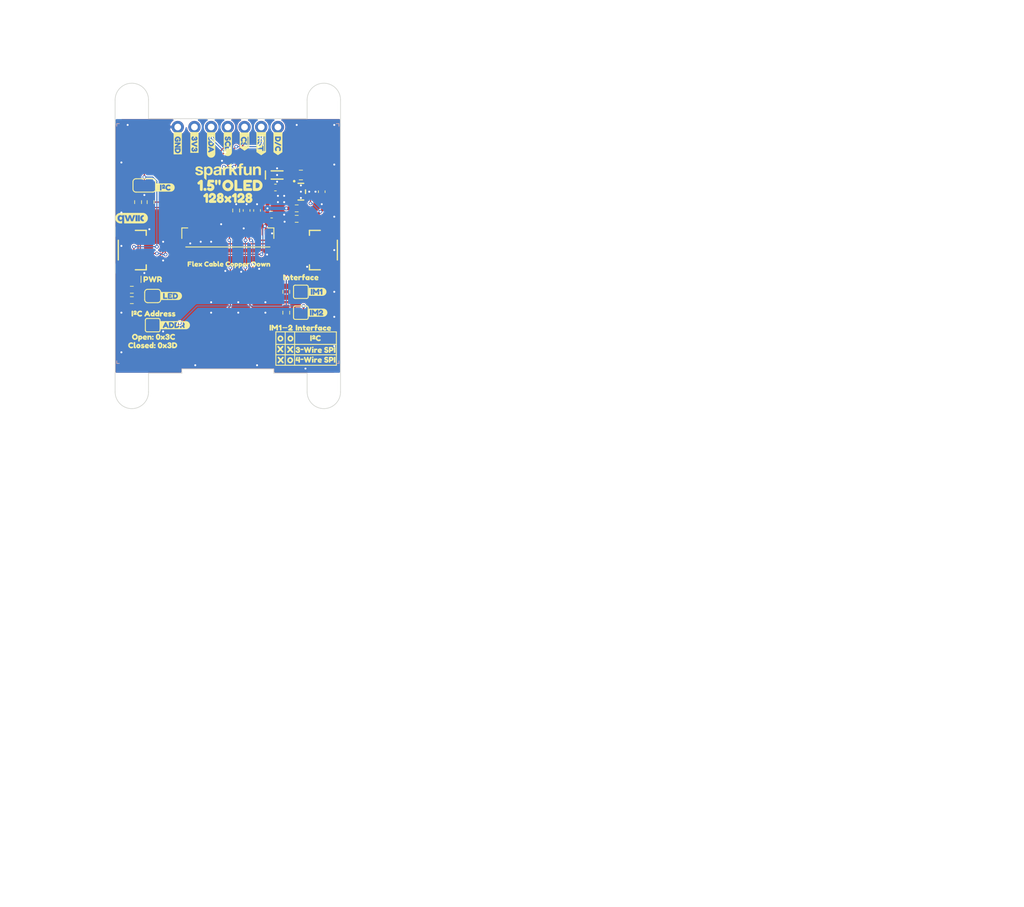
<source format=kicad_pcb>
(kicad_pcb (version 20241229) (generator "pcbnew") (generator_version "9.0")
  (title_block (title "SparkFun 1.5\" OLED") (date "2025-08-06") (rev "v10") (company "SparkFun Electronics") (comment 1 "Designed By: N. Seidle") (comment 2 "Revised By: Elias Santistevan"))
  (layers (0 "F.Cu" signal) (2 "B.Cu" signal) (13 "F.Paste" user) (15 "B.Paste" user) (5 "F.SilkS" user "F.Silkscreen") (7 "B.SilkS" user "B.Silkscreen") (1 "F.Mask" user) (3 "B.Mask" user) (25 "Edge.Cuts" user))
  (net 0 "")
  (net 1 "3.3V")
  (net 2 "GND")
  (net 3 "Net-(D1-A)")
  (net 8 "Net-(JP1-A)")
  (net 9 "Net-(JP2-A)")
  (net 10 "Net-(JP2-C)")
  (net 11 "SDA{slash}SDI")
  (net 12 "SCL{slash}SCK")
  (net 13 "~{CS}")
  (net 14 "Net-(U5-FB)")
  (net 15 "~{RST}")
  (net 16 "12V")
  (net 17 "Net-(J4-Pin_22)")
  (net 20 "Net-(J4-Pin_19)")
  (net 21 "Net-(J4-Pin_16)")
  (net 22 "Net-(J4-Pin_18)")
  (net 23 "/12V_OUT")
  (net 25 "D{slash}C")
  (footprint "kibuzzard-685B1775" (layer "F.Cu") (at 148.031 70.4835 -90)
    (property "Reference" "kibuzzard-685B1775" (hide yes))
    (property "Value" "G***" (hide yes))
  )
  (footprint "kibuzzard-6893A61C" (layer "F.Cu") (at 148.412 100.138)
    (property "Reference" "kibuzzard-6893A61C" (hide yes))
    (property "Value" "G***" (hide yes))
  )
  (footprint "SparkFun-Resistor:R_0603_1608Metric" (layer "F.Cu") (at 141.681 80.6435 -90)
    (property "Reference" "R6")
    (property "Value" "536k")
  )
  (footprint "SparkFun-Semiconductor-Standard:SOT23-5" (layer "F.Cu") (at 151.5235 77.786)
    (property "Reference" "U5")
    (property "Value" "AP3012")
  )
  (footprint "SparkFun-Resistor:R_0603_1608Metric" (layer "F.Cu") (at 149.301 93.026 -90)
    (property "Reference" "R10")
    (property "Value" "10k")
  )
  (footprint "SparkFun-LED:LED_0603_1608Metric_Red" (layer "F.Cu") (at 125.806 91.121 180)
    (property "Reference" "D1")
    (property "Value" "Red")
  )
  (footprint "SparkFun-Aesthetic:Fiducial_0.5mm_Mask1mm" (layer "F.Cu") (at 123.901 67.3085)
    (property "Reference" "FID3")
    (property "Value" "Fiducial_0.5mm")
  )
  (footprint "SparkFun-Jumper:Jumper_2_NO" (layer "F.Cu") (at 151.5235 96.201)
    (property "Reference" "JP7")
    (property "Value" "IM2")
  )
  (footprint "SparkFun-Capacitor:C_0603_1608Metric" (layer "F.Cu") (at 147.0785 81.2785)
    (property "Reference" "C5")
    (property "Value" "4.7uF")
  )
  (footprint "kibuzzard-6893A61C" (layer "F.Cu") (at 149.8985 103.44)
    (property "Reference" "kibuzzard-6893A61C" (hide yes))
    (property "Value" "G***" (hide yes))
  )
  (footprint "SparkFun-Jumper:Jumper_3_NC-2_Trace" (layer "F.Cu") (at 127.711 76.8335)
    (property "Reference" "JP2")
    (property "Value" "I2C")
  )
  (footprint "kibuzzard-67BF7ED9" (layer "F.Cu") (at 135.331 70.293 -90)
    (property "Reference" "kibuzzard-67BF7ED9" (hide yes))
    (property "Value" "G***" (hide yes))
  )
  (footprint "SparkFun-Aesthetic:qwiic_5mm" (layer "F.Cu") (at 125.766 81.806)
    (property "Reference" "G***" (hide yes))
    (property "Value" "LOGO" (hide yes))
  )
  (footprint "SparkFun-Capacitor:C_0603_1608Metric" (layer "F.Cu") (at 143.2685 80.6435 90)
    (property "Reference" "C4")
    (property "Value" "4.7uF")
  )
  (footprint "SparkFun-Connector:FPC_0.5mm-24" (layer "F.Cu") (at 140.4109 84.4535)
    (property "Reference" "J4")
    (property "Value" "Conn_01x24_FPC")
  )
  (footprint "kibuzzard-68938257" (layer "F.Cu") (at 153.746 100.0745)
    (property "Reference" "kibuzzard-68938257" (hide yes))
    (property "Value" "G***" (hide yes))
  )
  (footprint "kibuzzard-6893A61C" (layer "F.Cu") (at 149.936 100.138)
    (property "Reference" "kibuzzard-6893A61C" (hide yes))
    (property "Value" "G***" (hide yes))
  )
  (footprint "kibuzzard-68938266" (layer "F.Cu") (at 153.746 101.852)
    (property "Reference" "kibuzzard-68938266" (hide yes))
    (property "Value" "G***" (hide yes))
  )
  (footprint "SparkFun-Connector:JST_SMD_1.0mm-4_Black" (layer "F.Cu") (at 152.476 86.676 90)
    (property "Reference" "J1")
    (property "Value" "Qwiic_RA")
  )
  (footprint "kibuzzard-68518672" (layer "F.Cu") (at 142.6335 76.8335)
    (property "Reference" "kibuzzard-68518672" (hide yes))
    (property "Value" "G***" (hide yes))
  )
  (footprint "SparkFun-Jumper:Jumper_2_NC_Trace" (layer "F.Cu") (at 128.981 93.661)
    (property "Reference" "JP1")
    (property "Value" "~")
  )
  (footprint "SparkFun-Hardware:Standoff" (layer "F.Cu") (at 155.016 108.266)
    (property "Reference" "ST3")
    (property "Value" "Standoff")
  )
  (footprint "SparkFun-Capacitor:C_0603_1608Metric" (layer "F.Cu") (at 154.6985 77.7885 -90)
    (property "Reference" "C1")
    (property "Value" "1.0uF")
  )
  (footprint "SparkFun-Aesthetic:Fiducial_0.5mm_Mask1mm" (layer "F.Cu") (at 156.921 104.7735)
    (property "Reference" "FID4")
    (property "Value" "Fiducial_0.5mm")
  )
  (footprint "kibuzzard-67BF7F13" (layer "F.Cu") (at 137.871 70.674 -90)
    (property "Reference" "kibuzzard-67BF7F13" (hide yes))
    (property "Value" "G***" (hide yes))
  )
  (footprint "kibuzzard-680FCA9D" (layer "F.Cu") (at 128.981 101.154)
    (property "Reference" "kibuzzard-680FCA9D" (hide yes))
    (property "Value" "G***" (hide yes))
  )
  (footprint "kibuzzard-68938244" (layer "F.Cu") (at 153.4285 98.487)
    (property "Reference" "kibuzzard-68938244" (hide yes))
    (property "Value" "G***" (hide yes))
  )
  (footprint "kibuzzard-6851871B" (layer "F.Cu") (at 132.41 98.106)
    (property "Reference" "kibuzzard-6851871B" (hide yes))
    (property "Value" "G***" (hide yes))
  )
  (footprint "kibuzzard-680FC73E" (layer "F.Cu") (at 140.411 78.7385)
    (property "Reference" "kibuzzard-680FC73E" (hide yes))
    (property "Value" "G***" (hide yes))
  )
  (footprint "kibuzzard-67BF7F2F" (layer "F.Cu") (at 140.411 70.547 -90)
    (property "Reference" "kibuzzard-67BF7F2F" (hide yes))
    (property "Value" "G***" (hide yes))
  )
  (footprint "kibuzzard-689381EF" (layer "F.Cu") (at 149.8985 101.802)
    (property "Reference" "kibuzzard-689381EF" (hide yes))
    (property "Value" "G***" (hide yes))
  )
  (footprint "SparkFun-Connector:JST_SMD_1.0mm-4_Black" (layer "F.Cu") (at 128.346 86.676 -90)
    (property "Reference" "J2")
    (property "Value" "Qwiic_RA")
  )
  (footprint "kibuzzard-680E7A69" (layer "F.Cu") (at 142.951 70.166 -90)
    (property "Reference" "kibuzzard-680E7A69" (hide yes))
    (property "Value" "G***" (hide yes))
  )
  (footprint "SparkFun-Resistor:R_0603_1608Metric" (layer "F.Cu") (at 126.7585 79.3735 -90)
    (property "Reference" "R5")
    (property "Value" "2.2k")
  )
  (footprint "kibuzzard-680FC897" (layer "F.Cu") (at 154.0635 96.201)
    (property "Reference" "kibuzzard-680FC897" (hide yes))
    (property "Value" "G***" (hide yes))
  )
  (footprint "kibuzzard-680E7A4B" (layer "F.Cu") (at 145.491 70.4835 -90)
    (property "Reference" "kibuzzard-680E7A4B" (hide yes))
    (property "Value" "G***" (hide yes))
  )
  (footprint "kibuzzard-65A8A8B4" (layer "F.Cu") (at 128.981 91.121)
    (property "Reference" "kibuzzard-65A8A8B4" (hide yes))
    (property "Value" "G***" (hide yes))
  )
  (footprint "SparkFun-Resistor:R_0603_1608Metric" (layer "F.Cu") (at 125.806 92.7085)
    (property "Reference" "R3")
    (property "Value" "4.7k")
  )
  (footprint "SparkFun-Resistor:R_0603_1608Metric" (layer "F.Cu") (at 128.6635 79.3735 90)
    (property "Reference" "R4")
    (property "Value" "2.2k")
  )
  (footprint "SparkFun-Connector:1x07" (layer "F.Cu") (at 132.791 67.9435)
    (property "Reference" "J5")
    (property "Value" "Conn_01x07")
  )
  (footprint "SparkFun-Capacitor:C_0805_2012Metric" (layer "F.Cu") (at 151.5235 75.246 180)
    (property "Reference" "L1")
    (property "Value" "10uH")
  )
  (footprint "kibuzzard-68938270" (layer "F.Cu") (at 153.746 103.352)
    (property "Reference" "kibuzzard-68938270" (hide yes))
    (property "Value" "G***" (hide yes))
  )
  (footprint "kibuzzard-689381EF" (layer "F.Cu") (at 148.4485 103.402)
    (property "Reference" "kibuzzard-689381EF" (hide yes))
    (property "Value" "G***" (hide yes))
  )
  (footprint "kibuzzard-67BF7EBF" (layer "F.Cu") (at 132.791 70.42 -90)
    (property "Reference" "kibuzzard-67BF7EBF" (hide yes))
    (property "Value" "G***" (hide yes))
  )
  (footprint "SparkFun-Aesthetic:Creative_Commons_License" (layer "F.Cu") (at 214.63 168.91)
    (property "Reference" "G4" (hide yes))
    (property "Value" "OSHW_Logo" (hide yes))
  )
  (footprint "SparkFun-Jumper:Jumper_2_NO" (layer "F.Cu") (at 151.5235 93.026 180)
    (property "Reference" "JP6")
    (property "Value" "IM1")
  )
  (footprint "kibuzzard-680FC89E" (layer "F.Cu") (at 154.0635 93.026)
    (property "Reference" "kibuzzard-680FC89E" (hide yes))
    (property "Value" "G***" (hide yes))
  )
  (footprint "kibuzzard-680FC883" (layer "F.Cu") (at 131.8385 93.661)
    (property "Reference" "kibuzzard-680FC883" (hide yes))
    (property "Value" "G***" (hide yes))
  )
  (footprint "kibuzzard-6851867B" (layer "F.Cu") (at 137.5535 76.8335)
    (property "Reference" "kibuzzard-6851867B" (hide yes))
    (property "Value" "G***" (hide yes))
  )
  (footprint "SparkFun-Resistor:R_0603_1608Metric" (layer "F.Cu") (at 125.806 94.296)
    (property "Reference" "R7")
    (property "Value" "10k")
  )
  (footprint "SparkFun-Aesthetic:SparkFun_Logo_NoFlame_10mm" (layer "F.Cu") (at 140.411 74.611)
    (property "Reference" "G***" (hide yes))
    (property "Value" "LOGO" (hide yes))
  )
  (footprint "SparkFun-Capacitor:C_0603_1608Metric" (layer "F.Cu") (at 144.856 80.6435 90)
    (property "Reference" "C3")
    (property "Value" "4.7uF")
  )
  (footprint "kibuzzard-680FCA96" (layer "F.Cu") (at 129.108 100.011)
    (property "Reference" "kibuzzard-680FCA96" (hide yes))
    (property "Value" "G***" (hide yes))
  )
  (footprint "SparkFun-Display:OLED_1.5in_128x128-Folded" (layer "F.Cu") (at 140.411 85.681)
    (property "Reference" "U2")
    (property "Value" "WEO128128ASAP3N00000")
  )
  (footprint "kibuzzard-680FCAEB" (layer "F.Cu") (at 151.5235 90.8035)
    (property "Reference" "kibuzzard-680FCAEB" (hide yes))
    (property "Value" "G***" (hide yes))
  )
  (footprint "kibuzzard-68938236" (layer "F.Cu") (at 148.3485 98.487)
    (property "Reference" "kibuzzard-68938236" (hide yes))
    (property "Value" "G***" (hide yes))
  )
  (footprint "kibuzzard-680FC957" (layer "F.Cu") (at 130.886 77.151)
    (property "Reference" "kibuzzard-680FC957" (hide yes))
    (property "Value" "G***" (hide yes))
  )
  (footprint "SparkFun-Hardware:Standoff" (layer "F.Cu") (at 155.016 63.816)
    (property "Reference" "ST2")
    (property "Value" "Standoff")
  )
  (footprint "kibuzzard-684C656A" (layer "F.Cu") (at 140.576 88.8985)
    (property "Reference" "kibuzzard-684C656A" (hide yes))
    (property "Value" "G***" (hide yes))
  )
  (footprint "SparkFun-Hardware:Standoff" (layer "F.Cu") (at 125.806 63.816)
    (property "Reference" "ST1")
    (property "Value" "Standoff")
  )
  (footprint "kibuzzard-6893824B" (layer "F.Cu") (at 149.936 98.487)
    (property "Reference" "kibuzzard-6893824B" (hide yes))
    (property "Value" "G***" (hide yes))
  )
  (footprint "SparkFun-Resistor:R_0603_1608Metric" (layer "F.Cu") (at 149.301 96.201 -90)
    (property "Reference" "R11")
    (property "Value" "10k")
  )
  (footprint "SparkFun-Semiconductor-Standard:SOD-323" (layer "F.Cu") (at 147.904 75.246)
    (property "Reference" "D2")
    (property "Value" "PMEG4005EJ")
  )
  (footprint "SparkFun-Resistor:R_0603_1608Metric" (layer "F.Cu") (at 150.8885 80.326 180)
    (property "Reference" "R1")
    (property "Value" "18k")
  )
  (footprint "kibuzzard-680FCADD" (layer "F.Cu") (at 129.108 96.328)
    (property "Reference" "kibuzzard-680FCADD" (hide yes))
    (property "Value" "G***" (hide yes))
  )
  (footprint "SparkFun-Resistor:R_0603_1608Metric" (layer "F.Cu") (at 150.8885 81.9135)
    (property "Reference" "R2")
    (property "Value" "2.1k")
  )
  (footprint "SparkFun-Capacitor:C_0603_1608Metric" (layer "F.Cu") (at 147.65 77.151)
    (property "Reference" "C2")
    (property "Value" "1.0uF")
  )
  (footprint "SparkFun-Jumper:Jumper_2_NO" (layer "F.Cu") (at 128.981 98.106)
    (property "Reference" "JP3")
    (property "Value" "ADR")
  )
  (footprint "kibuzzard-6893822D" (layer "F.Cu") (at 147.396 98.487)
    (property "Reference" "kibuzzard-6893822D" (hide yes))
    (property "Value" "G***" (hide yes))
  )
  (footprint "kibuzzard-689381EF" (layer "F.Cu") (at 148.3985 101.752)
    (property "Reference" "kibuzzard-689381EF" (hide yes))
    (property "Value" "G***" (hide yes))
  )
  (footprint "SparkFun-Hardware:Standoff" (layer "F.Cu") (at 125.806 108.266)
    (property "Reference" "ST4")
    (property "Value" "Standoff")
  )
  (footprint "SparkFun-Connector:TestPoint-1.0mm" (layer "B.Cu") (at 146.4435 80.326 180)
    (property "Reference" "TP1")
    (property "Value" "1.0mm")
  )
  (gr_line (start 148.781 98.487) (end 149.416 98.487) (stroke (width 0.15)) (layer "F.SilkS"))
  (gr_line (start 150.571 104.202) (end 150.571 99.122) (stroke (width 0.15)) (layer "F.SilkS"))
  (gr_line (start 147.7135 99.122) (end 150.571 99.122) (stroke (width 0.15)) (layer "F.SilkS"))
  (gr_line (start 150.571 104.202) (end 156.921 104.202) (stroke (width 0.15)) (layer "F.SilkS"))
  (gr_line (start 147.7135 99.4395) (end 147.7135 99.122) (stroke (width 0.15)) (layer "F.SilkS"))
  (gr_line (start 147.7135 99.4395) (end 147.7135 104.202) (stroke (width 0.15)) (layer "F.SilkS"))
  (gr_line (start 147.7135 101.027) (end 148.031 101.027) (stroke (width 0.15)) (layer "F.SilkS"))
  (gr_line (start 147.7135 102.6145) (end 156.921 102.6145) (stroke (width 0.15)) (layer "F.SilkS"))
  (gr_line (start 150.571 99.122) (end 156.921 99.130326) (stroke (width 0.15)) (layer "F.SilkS"))
  (gr_line (start 149.14225 99.122) (end 149.14225 104.202) (stroke (width 0.15)) (layer "F.SilkS"))
  (gr_line (start 147.7135 104.202) (end 150.571 104.202) (stroke (width 0.15)) (layer "F.SilkS"))
  (gr_line (start 148.031 101.027) (end 156.921 101.027) (stroke (width 0.15)) (layer "F.SilkS"))
  (gr_line (start 156.921 104.210326) (end 156.921 99.130326) (stroke (width 0.15)) (layer "F.SilkS"))
  (gr_line (start 133.426 105.4085) (end 128.346 105.4085) (stroke (width 0.1)) (layer "Edge.Cuts"))
  (gr_arc (start 123.266 63.816) (mid 125.806 61.276) (end 128.346 63.816) (stroke (width 0.1)) (layer "Edge.Cuts"))
  (gr_line (start 152.476 108.266) (end 152.476 105.4085) (stroke (width 0.1)) (layer "Edge.Cuts"))
  (gr_arc (start 157.556 108.266) (mid 155.016 110.806) (end 152.476 108.266) (stroke (width 0.1)) (layer "Edge.Cuts"))
  (gr_line (start 152.476 66.6735) (end 152.476 63.816) (stroke (width 0.1)) (layer "Edge.Cuts"))
  (gr_line (start 128.346 105.4085) (end 128.346 108.266) (stroke (width 0.1)) (layer "Edge.Cuts"))
  (gr_line (start 133.426 105.4085) (end 133.426 104.7735) (stroke (width 0.1)) (layer "Edge.Cuts"))
  (gr_arc (start 128.346 108.266) (mid 125.806 110.806) (end 123.266 108.266) (stroke (width 0.1)) (layer "Edge.Cuts"))
  (gr_line (start 128.346 66.6735) (end 152.476 66.6735) (stroke (width 0.1)) (layer "Edge.Cuts"))
  (gr_line (start 123.266 108.266) (end 123.266 63.816) (stroke (width 0.1)) (layer "Edge.Cuts"))
  (gr_line (start 147.396 104.7735) (end 147.396 105.4085) (stroke (width 0.1)) (layer "Edge.Cuts"))
  (gr_line (start 157.556 63.816) (end 157.556 108.266) (stroke (width 0.1)) (layer "Edge.Cuts"))
  (gr_line (start 147.396 105.4085) (end 152.476 105.4085) (stroke (width 0.1)) (layer "Edge.Cuts"))
  (gr_line (start 128.346 63.816) (end 128.346 66.6735) (stroke (width 0.1)) (layer "Edge.Cuts"))
  (gr_arc (start 152.476 63.816) (mid 155.016 61.276) (end 157.556 63.816) (stroke (width 0.1)) (layer "Edge.Cuts"))
  (gr_line (start 133.426 104.7735) (end 147.396 104.7735) (stroke (width 0.1)) (layer "Edge.Cuts"))
  (gr_text "v10" (at 128.6635 104.1385 0) (layer "F.Cu" knockout) (effects (font (size 1.016 1.016) (thickness 0.254) (bold yes))))
  (segment (start 156.286 79.056) (end 156.286 77.786) (width 0.4064) (layer "F.Cu") (net 1))
  (segment (start 154.0635 81.2785) (end 154.508 80.834) (width 0.4064) (layer "F.Cu") (net 1))
  (segment (start 154.0635 84.009) (end 154.0635 81.2785) (width 0.4064) (layer "F.Cu") (net 1))
  (segment (start 149.301 92.201) (end 149.301 90.9305) (width 0.1778) (layer "F.Cu") (net 1))
  (segment (start 129.5017 97.9917) (end 129.5017 93.661) (width 0.1778) (layer "F.Cu") (net 1))
  (segment (start 135.331 71.1185) (end 134.696 71.7535) (width 0.1778) (layer "F.Cu") (net 1))
  (segment (start 127.711 74.9285) (end 130.886 71.7535) (width 0.1778) (layer "F.Cu") (net 1))
  (segment (start 152.8236 78.736) (end 153.304 78.736) (width 0.1778) (layer "F.Cu") (net 1))
  (segment (start 151.9299 95.185) (end 151.9299 96.201) (width 0.1778) (layer "F.Cu") (net 1))
  (segment (start 150.571 84.009) (end 149.4026 85.1774) (width 0.1778) (layer "F.Cu") (net 1))
  (segment (start 154.508 80.834) (end 156.286 79.056) (width 0.4064) (layer "F.Cu") (net 1))
  (segment (start 143.345 82.371) (end 143.2685 82.371) (width 0.1778) (layer "F.Cu") (net 1))
  (segment (start 128.981 89.5335) (end 129.5017 90.0542) (width 0.1778) (layer "F.Cu") (net 1))
  (segment (start 154.0635 84.009) (end 150.571 84.009) (width 0.1778) (layer "F.Cu") (net 1))
  (segment (start 152.984 78.8964) (end 152.984 79.564) (width 0.1778) (layer "F.Cu") (net 1))
  (segment (start 127.076 89.5335) (end 128.981 89.5335) (width 0.1778) (layer "F.Cu") (net 1))
  (segment (start 126.1235 88.581) (end 127.076 89.5335) (width 0.1778) (layer "F.Cu") (net 1))
  (segment (start 127.711 77.151) (end 127.711 75.5635) (width 0.1778) (layer "F.Cu") (net 1))
  (segment (start 129.616 98.106) (end 129.5017 97.9917) (width 0.1778) (layer "F.Cu") (net 1))
  (segment (start 130.886 71.7535) (end 134.696 71.7535) (width 0.1778) (layer "F.Cu") (net 1))
  (segment (start 150.706 87.176) (end 152.476 87.176) (width 0.1778) (layer "F.Cu") (net 1))
  (segment (start 149.301 88.581) (end 150.706 87.176) (width 0.1778) (layer "F.Cu") (net 1))
  (segment (start 149.301 90.9305) (end 149.301 88.581) (width 0.1778) (layer "F.Cu") (net 1))
  (segment (start 129.5017 90.0542) (end 129.5017 93.661) (width 0.1778) (layer "F.Cu") (net 1))
  (segment (start 152.476 87.176) (end 153.881 87.176) (width 0.4064) (layer "F.Cu") (net 1))
  (segment (start 154.0635 86.9935) (end 154.0635 84.009) (width 0.4064) (layer "F.Cu") (net 1))
  (segment (start 132.791 98.106) (end 133.1085 97.7885) (width 0.1778) (layer "F.Cu") (net 1))
  (segment (start 155.5135 77.0135) (end 154.6985 77.0135) (width 0.4064) (layer "F.Cu") (net 1))
  (segment (start 126.1235 86.168) (end 126.1235 88.581) (width 0.1778) (layer "F.Cu") (net 1))
  (segment (start 128.354 86.168) (end 128.346 86.176) (width 0.1778) (layer "F.Cu") (net 1))
  (segment (start 144.6609 83.6869) (end 143.345 82.371) (width 0.1778) (layer "F.Cu") (net 1))
  (segment (start 129.616 86.168) (end 128.354 86.168) (width 0.1778) (layer "F.Cu") (net 1))
  (segment (start 135.331 67.9435) (end 135.331 71.1185) (width 0.1778) (layer "F.Cu") (net 1))
  (segment (start 144.6609 84.3685) (end 144.6609 83.6869) (width 0.1778) (layer "F.Cu") (net 1))
  (segment (start 127.711 75.5635) (end 127.711 74.9285) (width 0.1778) (layer "F.Cu") (net 1))
  (segment (start 144.8306 85.1774) (end 144.6609 85.0077) (width 0.1778) (layer "F.Cu") (net 1))
  (segment (start 144.6609 85.0077) (end 144.6609 84.3685) (width 0.1778) (layer "F.Cu") (net 1))
  (segment (start 152.8236 78.736) (end 152.984 78.8964) (width 0.1778) (layer "F.Cu") (net 1))
  (segment (start 153.881 87.176) (end 154.0635 86.9935) (width 0.4064) (layer "F.Cu") (net 1))
  (segment (start 156.286 77.786) (end 155.5135 77.0135) (width 0.4064) (layer "F.Cu") (net 1))
  (segment (start 149.4026 85.1774) (end 144.8306 85.1774) (width 0.1778) (layer "F.Cu") (net 1))
  (segment (start 129.616 98.106) (end 132.791 98.106) (width 0.1778) (layer "F.Cu") (net 1))
  (via (at 149.301 90.9305) (size 0.56) (drill 0.3) (layers "F.Cu" "B.Cu") (net 1))
  (via (at 154.508 80.834) (size 0.56) (drill 0.3) (layers "F.Cu" "B.Cu") (net 1))
  (via (at 126.1235 86.168) (size 0.56) (drill 0.3) (layers "F.Cu" "B.Cu") (net 1))
  (via (at 133.1085 97.7885) (size 0.56) (drill 0.3) (layers "F.Cu" "B.Cu") (net 1))
  (via (at 129.616 86.168) (size 0.56) (drill 0.3) (layers "F.Cu" "B.Cu") (net 1))
  (via (at 151.9299 95.185) (size 0.56) (drill 0.3) (layers "F.Cu" "B.Cu") (net 1))
  (via (at 152.984 79.564) (size 0.56) (drill 0.3) (layers "F.Cu" "B.Cu") (net 1))
  (via (at 127.711 75.5635) (size 0.56) (drill 0.3) (layers "F.Cu" "B.Cu") (net 1))
  (segment (start 129.616 76.1985) (end 128.981 75.5635) (width 0.1778) (layer "B.Cu") (net 1))
  (segment (start 129.616 81.9135) (end 129.616 86.168) (width 0.1778) (layer "B.Cu") (net 1))
  (segment (start 152.984 79.564) (end 153.238 79.564) (width 0.1778) (layer "B.Cu") (net 1))
  (segment (start 135.712 95.185) (end 149.301 95.185) (width 0.1778) (layer "B.Cu") (net 1))
  (segment (start 133.1085 97.7885) (end 135.712 95.185) (width 0.1778) (layer "B.Cu") (net 1))
  (segment (start 129.616 86.168) (end 126.1235 86.168) (width 0.1778) (layer "B.Cu") (net 1))
  (segment (start 153.238 79.564) (end 154.508 80.834) (width 0.1778) (layer "B.Cu") (net 1))
  (segment (start 149.301 90.9305) (end 149.301 95.185) (width 0.1778) (layer "B.Cu") (net 1))
  (segment (start 129.616 81.9135) (end 129.616 76.1985) (width 0.1778) (layer "B.Cu") (net 1))
  (segment (start 151.9299 95.185) (end 149.301 95.185) (width 0.1778) (layer "B.Cu") (net 1))
  (segment (start 128.981 75.5635) (end 127.711 75.5635) (width 0.1778) (layer "B.Cu") (net 1))
  (segment (start 141.681 80.771) (end 141.681 81.2785) (width 0.1778) (layer "F.Cu") (net 2))
  (segment (start 144.5385 81.596) (end 144.856 81.596) (width 0.1778) (layer "F.Cu") (net 2))
  (segment (start 144.856 81.596) (end 145.491 81.596) (width 0.1778) (layer "F.Cu") (net 2))
  (segment (start 141.681 81.2785) (end 141.9985 81.596) (width 0.1778) (layer "F.Cu") (net 2))
  (segment (start 147.904 76.63) (end 148.425 77.151) (width 0.4064) (layer "F.Cu") (net 2))
  (segment (start 143.2685 81.596) (end 142.951 81.596) (width 0.1778) (layer "F.Cu") (net 2))
  (segment (start 148.031 78.421) (end 148.031 77.545) (width 0.4064) (layer "F.Cu") (net 2))
  (segment (start 147.904 76.262) (end 147.904 76.63) (width 0.4064) (layer "F.Cu") (net 2))
  (segment (start 143.2685 80.821) (end 143.2685 81.596) (width 0.1778) (layer "F.Cu") (net 2))
  (segment (start 153.746 77.786) (end 155.27 77.786) (width 0.1778) (layer "F.Cu") (net 2))
  (segment (start 142.951 81.596) (end 141.9985 81.596) (width 0.1778) (layer "F.Cu") (net 2))
  (segment (start 144.5385 81.596) (end 143.2685 81.596) (width 0.1778) (layer "F.Cu") (net 2))
  (segment (start 144.856 80.821) (end 144.856 81.596) (width 0.1778) (layer "F.Cu") (net 2))
  (segment (start 148.031 77.545) (end 148.425 77.151) (width 0.4064) (layer "F.Cu") (net 2))
  (via (at 151.5235 76.8335) (size 0.56) (drill 0.3) (layers "F.Cu" "B.Cu") (net 2))
  (via (at 146.38 87.3618) (size 0.56) (drill 0.3) (layers "F.Cu" "B.Cu") (net 2))
  (via (at 130.5685 88.2635) (size 0.56) (drill 0.3) (layers "F.Cu" "B.Cu") (net 2))
  (via (at 156.6035 101.281) (size 0.56) (drill 0.3) (layers "F.Cu" "B.Cu") (net 2))
  (via (at 141.681 79.691) (size 0.56) (drill 0.3) (layers "F.Cu" "B.Cu") (net 2))
  (via (at 147.142 84.136) (size 0.56) (drill 0.3) (layers "F.Cu" "B.Cu") (net 2))
  (via (at 140.7285 71.1185) (size 0.56) (drill 0.3) (layers "F.Cu" "B.Cu") (net 2))
  (via (at 147.904 74.23) (size 0.56) (drill 0.3) (layers "F.Cu" "B.Cu") (net 2))
  (via (at 137.871 85.406) (size 0.56) (drill 0.3) (layers "F.Cu" "B.Cu") (net 2))
  (via (at 147.904 76.262) (size 0.56) (drill 0.3) (layers "F.Cu" "B.Cu") (net 2))
  (via (at 125.171 67.626) (size 0.56) (drill 0.3) (layers "F.Cu" "B.Cu") (net 2))
  (via (at 146.126 94.6135) (size 0.56) (drill 0.3) (layers "F.Cu" "B.Cu") (net 2))
  (via (at 148.031 78.421) (size 0.56) (drill 0.3) (layers "F.Cu" "B.Cu") (net 2))
  (via (at 139.522 73.087) (size 0.56) (drill 0.3) (layers "F.Cu" "B.Cu") (net 2))
  (via (at 146.126 96.201) (size 0.56) (drill 0.3) (layers "F.Cu" "B.Cu") (net 2))
  (via (at 127.711 78.294) (size 0.56) (drill 0.3) (layers "F.Cu" "B.Cu") (net 2))
  (via (at 128.473 83.501) (size 0.56) (drill 0.3) (layers "F.Cu" "B.Cu") (net 2))
  (via (at 134.696 85.66) (size 0.56) (drill 0.3) (layers "F.Cu" "B.Cu") (net 2))
  (via (at 130.5685 85.406) (size 0.56) (drill 0.3) (layers "F.Cu" "B.Cu") (net 2))
  (via (at 152.7935 77.786) (size 0.56) (drill 0.3) (layers "F.Cu" "B.Cu") (net 2))
  (via (at 153.746 77.786) (size 0.56) (drill 0.3) (layers "F.Cu" "B.Cu") (net 2))
  (via (at 156.6035 81.596) (size 0.56) (drill 0.3) (layers "F.Cu" "B.Cu") (net 2))
  (via (at 137.871 94.6135) (size 0.56) (drill 0.3) (layers "F.Cu" "B.Cu") (net 2))
  (via (at 136.2835 85.406) (size 0.56) (drill 0.3) (layers "F.Cu" "B.Cu") (net 2))
  (via (at 148.9835 78.421) (size 0.56) (drill 0.3) (layers "F.Cu" "B.Cu") (net 2))
  (via (at 130.5685 99.0585) (size 0.56) (drill 0.3) (layers "F.Cu" "B.Cu") (net 2))
  (via (at 142.824 83.374) (size 0.56) (drill 0.3) (layers "F.Cu" "B.Cu") (net 2))
  (via (at 154.6985 79.691) (size 0.56) (drill 0.3) (layers "F.Cu" "B.Cu") (net 2))
  (via (at 143.2685 79.691) (size 0.56) (drill 0.3) (layers "F.Cu" "B.Cu") (net 2))
  (via (at 156.6035 93.026) (size 0.56) (drill 0.3) (layers "F.Cu" "B.Cu") (net 2))
  (via (at 141.9985 94.6135) (size 0.56) (drill 0.3) (layers "F.Cu" "B.Cu") (net 2))
  (via (at 144.856 104.202) (size 0.56) (drill 0.3) (layers "F.Cu" "B.Cu") (net 2))
  (via (at 141.9985 96.201) (size 0.56) (drill 0.3) (layers "F.Cu" "B.Cu") (net 2))
  (via (at 147.904 75.246) (size 0.56) (drill 0.3) (layers "F.Cu" "B.Cu") (net 2))
  (via (at 150.8885 67.626) (size 0.56) (drill 0.3) (layers "F.Cu" "B.Cu") (net 2))
  (via (at 127.711 90.1685) (size 0.56) (drill 0.3) (layers "F.Cu" "B.Cu") (net 2))
  (via (at 152.476 89.216) (size 0.56) (drill 0.3) (layers "F.Cu" "B.Cu") (net 2))
  (via (at 148.031 79.3735) (size 0.56) (drill 0.3) (layers "F.Cu" "B.Cu") (net 2))
  (via (at 156.6035 96.836) (size 0.56) (drill 0.3) (layers "F.Cu" "B.Cu") (net 2))
  (via (at 156.6035 67.626) (size 0.56) (drill 0.3) (layers "F.Cu" "B.Cu") (net 2))
  (via (at 156.6035 86.676) (size 0.56) (drill 0.3) (layers "F.Cu" "B.Cu") (net 2))
  (via (at 135.458 104.202) (size 0.56) (drill 0.3) (layers "F.Cu" "B.Cu") (net 2))
  (via (at 124.2185 102.2335) (size 0.56) (drill 0.3) (layers "F.Cu" "B.Cu") (net 2))
  (via (at 124.2185 73.341) (size 0.56) (drill 0.3) (layers "F.Cu" "B.Cu") (net 2))
  (via (at 124.2185 96.201) (size 0.56) (drill 0.3) (layers "F.Cu" "B.Cu") (net 2))
  (via (at 137.871 96.201) (size 0.56) (drill 0.3) (layers "F.Cu" "B.Cu") (net 2))
  (via (at 151.5235 77.786) (size 0.56) (drill 0.3) (layers "F.Cu" "B.Cu") (net 2))
  (via (at 142.443 89.978) (size 0.56) (drill 0.3) (layers "F.Cu" "B.Cu") (net 2))
  (via (at 149.047 82.358) (size 0.56) (drill 0.3) (layers "F.Cu" "B.Cu") (net 2))
  (via (at 145.1735 89.5335) (size 0.56) (drill 0.3) (layers "F.Cu" "B.Cu") (net 2))
  (via (at 144.856 79.691) (size 0.56) (drill 0.3) (layers "F.Cu" "B.Cu") (net 2))
  (via (at 152.222 104.71) (size 0.56) (drill 0.3) (layers "F.Cu" "B.Cu") (net 2))
  (via (at 148.9835 81.2785) (size 0.56) (drill 0.3) (layers "F.Cu" "B.Cu") (net 2))
  (via (at 124.2185 80.961) (size 0.56) (drill 0.3) (layers "F.Cu" "B.Cu") (net 2))
  (via (at 148.9835 79.3735) (size 0.56) (drill 0.3) (layers "F.Cu" "B.Cu") (net 2))
  (via (at 139.395 82.739) (size 0.56) (drill 0.3) (layers "F.Cu" "B.Cu") (net 2))
  (via (at 151.5235 78.7385) (size 0.56) (drill 0.3) (layers "F.Cu" "B.Cu") (net 2))
  (via (at 140.03 89.851) (size 0.56) (drill 0.3) (layers "F.Cu" "B.Cu") (net 2))
  (via (at 156.6035 73.6585) (size 0.56) (drill 0.3) (layers "F.Cu" "B.Cu") (net 2))
  (via (at 124.2185 86.041) (size 0.56) (drill 0.3) (layers "F.Cu" "B.Cu") (net 2))
  (segment (start 125.0185 92.671) (end 124.981 92.7085) (width 0.1778) (layer "F.Cu") (net 3))
  (segment (start 125.0185 91.121) (end 125.0185 92.671) (width 0.1778) (layer "F.Cu") (net 3))
  (segment (start 126.631 92.7085) (end 127.8685 92.7085) (width 0.1778) (layer "F.Cu") (net 8))
  (segment (start 127.8685 92.7085) (end 128.4603 93.3003) (width 0.1778) (layer "F.Cu") (net 8))
  (segment (start 128.4603 93.3003) (end 128.4603 93.661) (width 0.1778) (layer "F.Cu") (net 8))
  (segment (start 126.7585 78.866) (end 126.7585 77.2399) (width 0.1778) (layer "F.Cu") (net 9))
  (segment (start 126.7585 77.2399) (end 126.6696 77.151) (width 0.1778) (layer "F.Cu") (net 9))
  (segment (start 128.6635 77.2399) (end 128.7524 77.151) (width 0.1778) (layer "F.Cu") (net 10))
  (segment (start 128.6635 78.866) (end 128.6635 77.2399) (width 0.1778) (layer "F.Cu") (net 10))
  (segment (start 138.652806 83.481194) (end 138.6609 83.489288) (width 0.1778) (layer "F.Cu") (net 11))
  (segment (start 127.0897 86.9437) (end 127.0897 81.7723) (width 0.1778) (layer "F.Cu") (net 11))
  (segment (start 129.616 87.184) (end 129.608 87.176) (width 0.1778) (layer "F.Cu") (net 11))
  (segment (start 152.476 86.176) (end 139.2252 86.176) (width 0.1778) (layer "F.Cu") (net 11))
  (segment (start 128.6635 80.1985) (end 131.5215 80.1985) (width 0.1778) (layer "F.Cu") (net 11))
  (segment (start 130.8997 86.495688) (end 134.198188 83.1972) (width 0.1778) (layer "F.Cu") (net 11))
  (segment (start 127.322 87.176) (end 127.0897 86.9437) (width 0.1778) (layer "F.Cu") (net 11))
  (segment (start 139.903 71.817) (end 140.03 71.817) (width 0.1778) (layer "F.Cu") (net 11))
  (segment (start 130.937115 87.362115) (end 130.802694 87.227694) (width 0.1778) (layer "F.Cu") (net 11))
  (segment (start 138.6609 85.6117) (end 138.6609 84.3735) (width 0.1778) (layer "F.Cu") (net 11))
  (segment (start 138.368812 83.1972) (end 138.652806 83.481194) (width 0.1778) (layer "F.Cu") (net 11))
  (segment (start 130.899701 87.130687) (end 130.8997 86.495688) (width 0.1778) (layer "F.Cu") (net 11))
  (segment (start 139.2252 86.176) (end 138.6609 85.6117) (width 0.1778) (layer "F.Cu") (net 11))
  (segment (start 127.0897 81.7723) (end 128.6635 80.1985) (width 0.1778) (layer "F.Cu") (net 11))
  (segment (start 130.802694 87.227694) (end 130.899701 87.130687) (width 0.1778) (layer "F.Cu") (net 11))
  (segment (start 131.5215 80.1985) (end 139.903 71.817) (width 0.1778) (layer "F.Cu") (net 11))
  (segment (start 134.198188 83.1972) (end 138.368812 83.1972) (width 0.1778) (layer "F.Cu") (net 11))
  (segment (start 129.608 87.176) (end 127.322 87.176) (width 0.1778) (layer "F.Cu") (net 11))
  (segment (start 138.6609 83.489288) (end 138.6609 84.3735) (width 0.1778) (layer "F.Cu") (net 11))
  (via (at 130.937115 87.362115) (size 0.56) (drill 0.3) (layers "F.Cu" "B.Cu") (net 11))
  (via (at 140.03 71.817) (size 0.56) (drill 0.3) (layers "F.Cu" "B.Cu") (net 11))
  (via (at 129.616 87.184) (size 0.56) (drill 0.3) (layers "F.Cu" "B.Cu") (net 11))
  (segment (start 130.429115 87.362115) (end 130.937115 87.362115) (width 0.1778) (layer "B.Cu") (net 11))
  (segment (start 137.871 69.658) (end 139.141 70.928) (width 0.1778) (layer "B.Cu") (net 11))
  (segment (start 129.616 87.184) (end 130.251 87.184) (width 0.1778) (layer "B.Cu") (net 11))
  (segment (start 137.871 67.9435) (end 137.871 69.658) (width 0.1778) (layer "B.Cu") (net 11))
  (segment (start 140.03 71.817) (end 139.141 70.928) (width 0.1778) (layer "B.Cu") (net 11))
  (segment (start 130.251 87.184) (end 130.429115 87.362115) (width 0.1778) (layer "B.Cu") (net 11))
  (segment (start 127.5835 79.3735) (end 126.7585 80.1985) (width 0.1778) (layer "F.Cu") (net 12))
  (segment (start 151.0155 85.7235) (end 151.563 85.176) (width 0.1778) (layer "F.Cu") (net 12))
  (segment (start 128.346 88.176) (end 127.306 88.176) (width 0.1778) (layer "F.Cu") (net 12))
  (segment (start 139.1609 84.3735) (end 139.1609 85.4513) (width 0.1778) (layer "F.Cu") (net 12))
  (segment (start 138.506 82.866) (end 139.141 83.501) (width 0.1778) (layer "F.Cu") (net 12))
  (segment (start 129.386 88.176) (end 130.5685 86.9935) (width 0.1778) (layer "F.Cu") (net 12))
  (segment (start 126.7585 87.6285) (end 126.7585 80.1985) (width 0.1778) (layer "F.Cu") (net 12))
  (segment (start 130.5685 86.3585) (end 134.061 82.866) (width 0.1778) (layer "F.Cu") (net 12))
  (segment (start 134.061 82.866) (end 138.506 82.866) (width 0.1778) (layer "F.Cu") (net 12))
  (segment (start 139.1609 85.4513) (end 139.4331 85.7235) (width 0.1778) (layer "F.Cu") (net 12))
  (segment (start 127.306 88.176) (end 126.7585 87.6285) (width 0.1778) (layer "F.Cu") (net 12))
  (segment (start 128.346 88.176) (end 129.386 88.176) (width 0.1778) (layer "F.Cu") (net 12))
  (segment (start 131.521 79.3735) (end 127.5835 79.3735) (width 0.1778) (layer "F.Cu") (net 12))
  (segment (start 139.4331 85.7235) (end 151.0155 85.7235) (width 0.1778) (layer "F.Cu") (net 12))
  (segment (start 139.1609 83.5209) (end 139.141 83.501) (width 0.1778) (layer "F.Cu") (net 12))
  (segment (start 140.411 70.4835) (end 131.521 79.3735) (width 0.1778) (layer "F.Cu") (net 12))
  (segment (start 139.1609 84.3735) (end 139.1609 83.5209) (width 0.1778) (layer "F.Cu") (net 12))
  (segment (start 140.411 67.9435) (end 140.411 70.4835) (width 0.1778) (layer "F.Cu") (net 12))
  (segment (start 151.563 85.176) (end 152.476 85.176) (width 0.1778) (layer "F.Cu") (net 12))
  (segment (start 130.5685 86.9935) (end 130.5685 86.3585) (width 0.1778) (layer "F.Cu") (net 12))
  (segment (start 140.8412 72.5933) (end 142.951 70.4835) (width 0.1778) (layer "F.Cu") (net 13))
  (segment (start 141.6609 83.6306) (end 141.52995 83.49965) (width 0.1778) (layer "F.Cu") (net 13))
  (segment (start 141.6609 84.3735) (end 141.6609 83.6306) (width 0.1778) (layer "F.Cu") (net 13))
  (segment (start 140.8412 82.8109) (end 140.8412 72.5933) (width 0.1778) (layer "F.Cu") (net 13))
  (segment (start 142.951 67.9435) (end 142.951 70.4835) (width 0.1778) (layer "F.Cu") (net 13))
  (segment (start 141.52995 83.49965) (end 140.8412 82.8109) (width 0.1778) (layer "F.Cu") (net 13))
  (segment (start 151.7135 79.8175) (end 151.7135 80.3285) (width 0.1778) (layer "F.Cu") (net 14))
  (segment (start 150.632 78.736) (end 151.7135 79.8175) (width 0.1778) (layer "F.Cu") (net 14))
  (segment (start 150.2234 78.736) (end 150.632 78.736) (width 0.1778) (layer "F.Cu") (net 14))
  (segment (start 151.7135 80.3285) (end 151.7135 81.9135) (width 0.1778) (layer "F.Cu") (net 14))
  (segment (start 141.1609 84.3735) (end 141.1609 83.6296) (width 0.1778) (layer "F.Cu") (net 15))
  (segment (start 140.84865 83.31735) (end 140.411 82.8797) (width 0.1778) (layer "F.Cu") (net 15))
  (segment (start 140.411 82.8797) (end 140.411 72.198) (width 0.1778) (layer "F.Cu") (net 15))
  (segment (start 141.1609 83.6296) (end 140.84865 83.31735) (width 0.1778) (layer "F.Cu") (net 15))
  (segment (start 140.411 72.198) (end 141.681 70.928) (width 0.1778) (layer "F.Cu") (net 15))
  (via (at 141.681 70.928) (size 0.56) (drill 0.3) (layers "F.Cu" "B.Cu") (net 15))
  (segment (start 141.681 70.928) (end 145.0465 70.928) (width 0.1778) (layer "B.Cu") (net 15))
  (segment (start 145.0465 70.928) (end 145.491 70.4835) (width 0.1778) (layer "B.Cu") (net 15))
  (segment (start 145.491 67.9435) (end 145.491 70.4835) (width 0.1778) (layer "B.Cu") (net 15))
  (segment (start 145.5164 87.311) (end 136.982 87.311) (width 0.1778) (layer "F.Cu") (net 16))
  (segment (start 146.4435 80.326) (end 146.4435 79.691) (width 0.5588) (layer "F.Cu") (net 16))
  (segment (start 146.4435 80.326) (end 146.4435 82.091) (width 0.5588) (layer "F.Cu") (net 16))
  (segment (start 150.0635 80.3285) (end 149.3035 80.3285) (width 0.5588) (layer "F.Cu") (net 16))
  (segment (start 146.3035 82.231) (end 146.3035 82.7695) (width 0.5588) (layer "F.Cu") (net 16))
  (segment (start 149.3035 80.3285) (end 149.301 80.326) (width 0.5588) (layer "F.Cu") (net 16))
  (segment (start 146.875 79.2595) (end 146.875 77.151) (width 0.5588) (layer "F.Cu") (net 16))
  (segment (start 136.982 87.311) (end 135.326 85.655) (width 0.1778) (layer "F.Cu") (net 16))
  (segment (start 135.326 85.5076) (end 135.1609 85.3425) (width 0.1778) (layer "F.Cu") (net 16))
  (segment (start 145.826 83.247) (end 146.0395 83.0335) (width 0.1778) (layer "F.Cu") (net 16))
  (segment (start 145.6609 83.4121) (end 146.0395 83.0335) (width 0.1778) (layer "F.Cu") (net 16))
  (segment (start 135.326 85.655) (end 135.326 85.5076) (width 0.1778) (layer "F.Cu") (net 16))
  (segment (start 146.0395 83.0335) (end 146.3035 82.7695) (width 0.1778) (layer "F.Cu") (net 16))
  (segment (start 146.4435 82.091) (end 146.3035 82.231) (width 0.5588) (layer "F.Cu") (net 16))
  (segment (start 135.1609 85.3425) (end 135.1609 84.3735) (width 0.1778) (layer "F.Cu") (net 16))
  (segment (start 146.4435 79.691) (end 146.875 79.2595) (width 0.5588) (layer "F.Cu") (net 16))
  (segment (start 145.6609 84.3685) (end 145.6609 83.4121) (width 0.1778) (layer "F.Cu") (net 16))
  (via (at 146.0395 83.0335) (size 0.56) (drill 0.3) (layers "F.Cu" "B.Cu") (net 16))
  (via (at 145.5164 87.311) (size 0.56) (drill 0.3) (layers "F.Cu" "B.Cu") (net 16))
  (via (at 149.301 80.326) (size 0.56) (drill 0.3) (layers "F.Cu" "B.Cu") (net 16))
  (via (at 146.4435 80.326) (size 0.56) (drill 0.3) (layers "F.Cu" "B.Cu") (net 16))
  (segment (start 145.5164 87.311) (end 145.745 87.0824) (width 0.1778) (layer "B.Cu") (net 16))
  (segment (start 145.745 87.0824) (end 145.745 83.328) (width 0.1778) (layer "B.Cu") (net 16))
  (segment (start 145.745 83.328) (end 146.0395 83.0335) (width 0.1778) (layer "B.Cu") (net 16))
  (segment (start 149.301 80.326) (end 146.4435 80.326) (width 0.5588) (layer "B.Cu") (net 16))
  (segment (start 145.1608 82.9168) (end 144.615 82.371) (width 0.1778) (layer "F.Cu") (net 17))
  (segment (start 145.1609 82.9169) (end 145.1608 82.9168) (width 0.1778) (layer "F.Cu") (net 17))
  (segment (start 145.1609 84.3685) (end 145.1609 82.9169) (width 0.1778) (layer "F.Cu") (net 17))
  (segment (start 144.615 82.371) (end 144.5385 82.371) (width 0.1778) (layer "F.Cu") (net 17))
  (segment (start 143.933026 85.198832) (end 143.929658 85.2022) (width 0.1778) (layer "F.Cu") (net 20))
  (segment (start 143.6609 84.9996) (end 143.6609 84.3735) (width 0.1778) (layer "F.Cu") (net 20))
  (segment (start 144.221 93.324443) (end 144.747557 93.851) (width 0.1778) (layer "F.Cu") (net 20))
  (segment (start 144.747557 93.851) (end 149.301 93.851) (width 0.1778) (layer "F.Cu") (net 20))
  (segment (start 143.929658 85.2022) (end 143.8635 85.2022) (width 0.1778) (layer "F.Cu") (net 20))
  (segment (start 144.221 88.8985) (end 144.221 93.324443) (width 0.1778) (layer "F.Cu") (net 20))
  (segment (start 150.2921 93.851) (end 151.1171 93.026) (width 0.1778) (layer "F.Cu") (net 20))
  (segment (start 149.301 93.851) (end 150.2921 93.851) (width 0.1778) (layer "F.Cu") (net 20))
  (segment (start 143.8635 85.2022) (end 143.6609 84.9996) (width 0.1778) (layer "F.Cu") (net 20))
  (via (at 144.221 88.8985) (size 0.56) (drill 0.3) (layers "F.Cu" "B.Cu") (net 20))
  (via (at 143.933026 85.198832) (size 0.56) (drill 0.3) (layers "F.Cu" "B.Cu") (net 20))
  (segment (start 144.221 85.3292) (end 144.221 88.8985) (width 0.1778) (layer "B.Cu") (net 20))
  (segment (start 143.933026 85.198832) (end 143.936394 85.2022) (width 0.1778) (layer "B.Cu") (net 20))
  (segment (start 143.936394 85.2022) (end 144.094 85.2022) (width 0.1778) (layer "B.Cu") (net 20))
  (segment (start 144.094 85.2022) (end 144.221 85.3292) (width 0.1778) (layer "B.Cu") (net 20))
  (segment (start 142.1609 83.662212) (end 142.119744 83.621056) (width 0.1778) (layer "F.Cu") (net 21))
  (segment (start 142.1609 84.3735) (end 142.1609 83.662212) (width 0.1778) (layer "F.Cu") (net 21))
  (segment (start 141.681 83.182312) (end 141.681 82.421) (width 0.1778) (layer "F.Cu") (net 21))
  (segment (start 142.119744 83.621056) (end 141.681 83.182312) (width 0.1778) (layer "F.Cu") (net 21))
  (segment (start 149.301 95.376) (end 144.158 95.376) (width 0.1778) (layer "F.Cu") (net 22))
  (segment (start 150.2525 96.201) (end 151.1171 96.201) (width 0.1778) (layer "F.Cu") (net 22))
  (segment (start 143.104 85.171985) (end 143.104 84.4304) (width 0.1778) (layer "F.Cu") (net 22))
  (segment (start 144.158 95.376) (end 143.078 94.296) (width 0.1778) (layer "F.Cu") (net 22))
  (segment (start 143.104 84.4304) (end 143.1609 84.3735) (width 0.1778) (layer "F.Cu") (net 22))
  (segment (start 143.078 89.343) (end 143.078 94.296) (width 0.1778) (layer "F.Cu") (net 22))
  (segment (start 149.301 95.376) (end 149.4275 95.376) (width 0.1778) (layer "F.Cu") (net 22))
  (segment (start 143.104 85.052679) (end 143.1609 84.995779) (width 0.1778) (layer "F.Cu") (net 22))
  (segment (start 149.4275 95.376) (end 150.2525 96.201) (width 0.1778) (layer "F.Cu") (net 22))
  (via (at 143.078 89.343) (size 0.56) (drill 0.3) (layers "F.Cu" "B.Cu") (net 22))
  (via (at 143.104 85.171985) (size 0.56) (drill 0.3) (layers "F.Cu" "B.Cu") (net 22))
  (segment (start 143.104 85.465521) (end 143.078 85.491521) (width 0.1778) (layer "B.Cu") (net 22))
  (segment (start 143.104 85.171985) (end 143.104 85.465521) (width 0.1778) (layer "B.Cu") (net 22))
  (segment (start 143.078 85.491521) (end 143.078 89.343) (width 0.1778) (layer "B.Cu") (net 22))
  (segment (start 140.792 89.343) (end 140.792 95.185) (width 0.1778) (layer "F.Cu") (net 25))
  (segment (start 139.776 73.99445) (end 139.776 74.40245) (width 0.1778) (layer "F.Cu") (net 25))
  (segment (start 148.031 67.9435) (end 148.031 70.4835) (width 0.1778) (layer "F.Cu") (net 25))
  (segment (start 140.563656 83.500744) (end 139.98455 82.921638) (width 0.1778) (layer "F.Cu") (net 25))
  (segment (start 136.22 99.757) (end 128.981 99.757) (width 0.1778) (layer "F.Cu") (net 25))
  (segment (start 143.2685 72.071) (end 146.4435 72.071) (width 0.1778) (layer "F.Cu") (net 25))
  (segment (start 140.6609 83.597988) (end 140.563656 83.500744) (width 0.1778) (layer "F.Cu") (net 25))
  (segment (start 139.776 74.40245) (end 139.98455 74.611) (width 0.1778) (layer "F.Cu") (net 25))
  (segment (start 140.6609 84.3735) (end 140.6609 83.597988) (width 0.1778) (layer "F.Cu") (net 25))
  (segment (start 146.4435 72.071) (end 148.031 70.4835) (width 0.1778) (layer "F.Cu") (net 25))
  (segment (start 128.5746 95.4771) (end 128.2571 95.1596) (width 0.1778) (layer "F.Cu") (net 25))
  (segment (start 141.3635 73.976) (end 143.2685 72.071) (width 0.1778) (layer "F.Cu") (net 25))
  (segment (start 127.3935 94.296) (end 126.631 94.296) (width 0.1778) (layer "F.Cu") (net 25))
  (segment (start 128.981 99.757) (end 128.63175 99.40775) (width 0.1778) (layer "F.Cu") (net 25))
  (segment (start 140.7076 85.1774) (end 140.6396 85.1774) (width 0.1778) (layer "F.Cu") (net 25))
  (segment (start 128.5746 98.106) (end 128.5746 99.3506) (width 0.1778) (layer "F.Cu") (net 25))
  (segment (start 128.2571 95.1596) (end 127.3935 94.296) (width 0.1778) (layer "F.Cu") (net 25))
  (segment (start 128.5746 99.3506) (end 128.63175 99.40775) (width 0.1778) (layer "F.Cu") (net 25))
  (segment (start 140.6609 84.3735) (end 140.6609 85.1561) (width 0.1778) (layer "F.Cu") (net 25))
  (segment (start 140.792 95.185) (end 136.22 99.757) (width 0.1778) (layer "F.Cu") (net 25))
  (segment (start 140.6609 85.1561) (end 140.6396 85.1774) (width 0.1778) (layer "F.Cu") (net 25))
  (segment (start 139.98455 82.921638) (end 139.98455 74.611) (width 0.1778) (layer "F.Cu") (net 25))
  (segment (start 128.5746 98.106) (end 128.5746 95.4771) (width 0.1778) (layer "F.Cu") (net 25))
  (segment (start 139.79445 73.976) (end 139.776 73.99445) (width 0.1778) (layer "F.Cu") (net 25))
  (via (at 141.3635 73.976) (size 0.56) (drill 0.3) (layers "F.Cu" "B.Cu") (net 25))
  (via (at 140.792 89.343) (size 0.56) (drill 0.3) (layers "F.Cu" "B.Cu") (net 25))
  (via (at 140.6396 85.1774) (size 0.56) (drill 0.3) (layers "F.Cu" "B.Cu") (net 25))
  (via (at 139.79445 73.976) (size 0.56) (drill 0.3) (layers "F.Cu" "B.Cu") (net 25))
  (segment (start 140.6396 85.1774) (end 140.6904 85.1774) (width 0.1778) (layer "B.Cu") (net 25))
  (segment (start 140.792 89.343) (end 140.792 85.3298) (width 0.1778) (layer "B.Cu") (net 25))
  (segment (start 140.792 85.3298) (end 140.6396 85.1774) (width 0.1778) (layer "B.Cu") (net 25))
  (segment (start 140.6904 85.1774) (end 140.792 85.279) (width 0.1778) (layer "B.Cu") (net 25))
  (segment (start 139.79445 73.976) (end 141.3635 73.976) (width 0.1778) (layer "B.Cu") (net 25))
  (zone (net 23) (net_name "/12V_OUT") (layer "F.Cu") (name "12V") (priority 10) (connect_pads yes (clearance 0.1778)) (min_thickness 0.25) (fill yes (thermal_gap 0.5) (thermal_bridge_width 0.5))
    (polygon (pts (xy 149.6185 77.151) (xy 151.206 77.151) (xy 151.206 74.2935) (xy 148.3485 74.2935) (xy 148.3485 76.1985) (xy 149.6185 76.1985)))
  )
  (zone (net 16) (net_name "12V") (layer "F.Cu") (name "12V") (priority 9) (connect_pads yes (clearance 0.1778)) (min_thickness 0.25) (fill yes (thermal_gap 0.5) (thermal_bridge_width 0.5))
    (polygon (pts (xy 146.126 74.2935) (xy 146.126 79.056) (xy 147.396 79.056) (xy 147.396 74.2935)))
  )
  (zone (net 0) (net_name "") (layer "F.Cu") (connect_pads (clearance 0)) (min_thickness 0.25)
    (keepout (tracks not_allowed) (vias not_allowed) (pads not_allowed) (copperpour not_allowed) (footprints allowed))
    (fill (thermal_gap 0.5) (thermal_bridge_width 0.5))
    (polygon (pts (xy 142.824 85.2409) (xy 141.554 85.2409) (xy 141.554 84.9234) (xy 142.824 84.9234)))
  )
  (zone (net 1) (net_name "3.3V") (layer "F.Cu") (name "12V") (priority 8) (connect_pads yes (clearance 0.1778)) (min_thickness 0.25) (fill yes (thermal_gap 0.5) (thermal_bridge_width 0.5))
    (polygon (pts (xy 151.968 74.357) (xy 151.968 77.151) (xy 154.127 77.151) (xy 154.127 77.405) (xy 155.143 77.405) (xy 155.143 76.135) (xy 153.492 76.135) (xy 153.492 74.357)))
  )
  (zone (net 2) (net_name "GND") (layers "F.Cu" "B.Cu") (connect_pads (clearance 0.1778)) (min_thickness 0.25) (fill yes (thermal_gap 0.254) (thermal_bridge_width 0.4064))
    (polygon (pts (xy 123.266 105.345) (xy 123.266 66.737) (xy 157.556 66.737) (xy 157.556 105.345)))
  )
)
</source>
